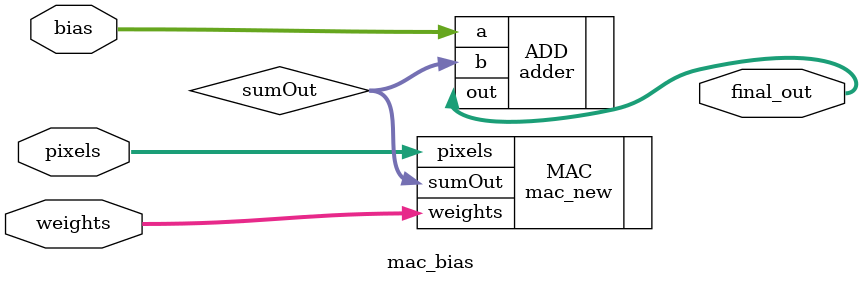
<source format=v>
`timescale 1ns / 1ps

  
module mac_bias(input wire [7:0] bias, input wire [(S-1):0] pixels, input wire [(S*width)-1:0] weights, output [7:0] final_out );
    parameter width= 8;
     parameter adder_layers=3;
        parameter S= 5;
    wire signed [7:0] sumOut;
    mac_new MAC (.sumOut(sumOut), .pixels(pixels), .weights(weights));
    adder #(.OUT_WIDTH(8), .INP_WIDTH(8)) ADD(.out(final_out), .a(bias), .b(sumOut));

endmodule

</source>
